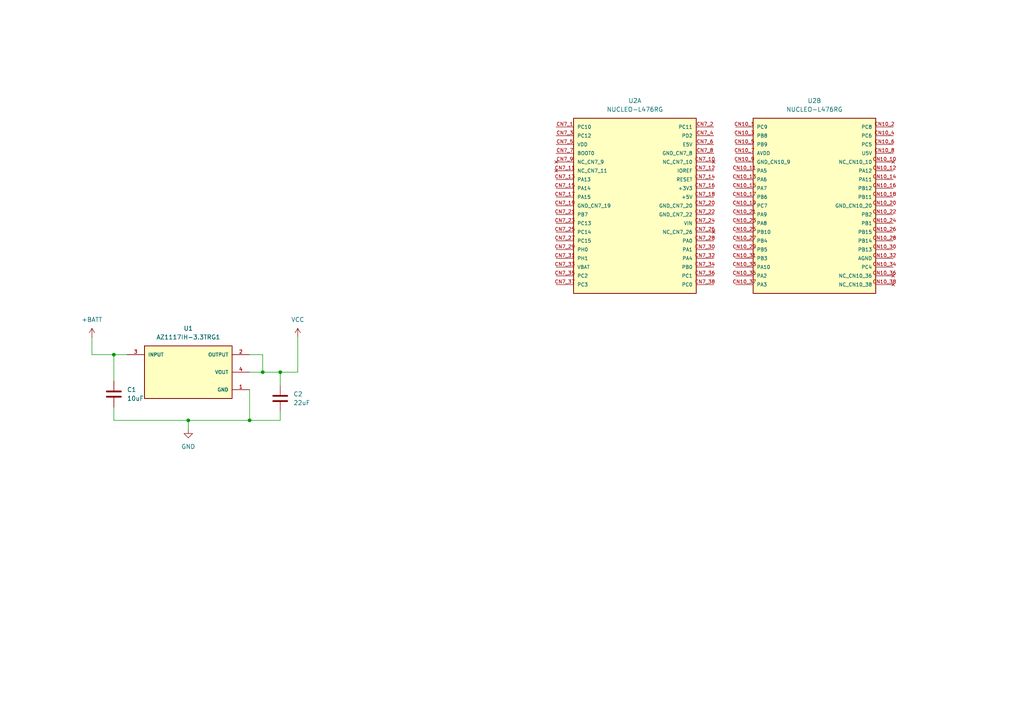
<source format=kicad_sch>
(kicad_sch (version 20250114) (generator "eeschema") (generator_version "9.0")
  (paper "A4")
  (lib_symbols
    (symbol "AZ1117IH-3.3TRG1:AZ1117IH-3.3TRG1" (pin_names (offset 1.016))
      (property "Reference" "U" (at -12.7 8.128 0))
      (property "Value" "AZ1117IH-3.3TRG1" (at -12.7 -10.16 0))
      (symbol "AZ1117IH-3.3TRG1_0_0"
        (rectangle (start -12.7 -7.62) (end 12.7 7.62) (stroke (width 0.254)) (fill (type background)))
        (pin input line (at -17.78 5.08 0) (length 5.08) (name "INPUT") (number "3"))
        (pin output line (at 17.78 5.08 180) (length 5.08) (name "OUTPUT") (number "2"))
        (pin output line (at 17.78 0 180) (length 5.08) (name "VOUT") (number "4"))
        (pin power_in line (at 17.78 -5.08 180) (length 5.08) (name "GND") (number "1"))
      )
    )
    (symbol "Device:C" (pin_numbers (hide yes)) (pin_names (offset 0.254))
      (property "Reference" "C" (at 0.635 2.54 0))
      (property "Value" "C" (at 0.635 -2.54 0))
      (symbol "C_0_1"
        (polyline (pts (xy -2.032 0.762) (xy 2.032 0.762)) (stroke (width 0.508)))
        (polyline (pts (xy -2.032 -0.762) (xy 2.032 -0.762)) (stroke (width 0.508)))
      )
      (symbol "C_1_1"
        (pin passive line (at 0 3.81 270) (length 2.794) (name "~") (number "1"))
        (pin passive line (at 0 -3.81 90) (length 2.794) (name "~") (number "2"))
      )
    )
    (symbol "NUCLEO-L476RG:NUCLEO-L476RG" (pin_names (offset 1.016))
      (property "Reference" "U" (at -17.78 26.162 0))
      (property "Value" "NUCLEO-L476RG" (at -17.78 -27.94 0))
      (symbol "NUCLEO-L476RG_1_0"
        (rectangle (start -17.78 -25.4) (end 17.78 25.4) (stroke (width 0.254)) (fill (type background)))
        (pin bidirectional line (at -22.86 22.86 0) (length 5.08) (name "PC10") (number "CN7_1"))
        (pin bidirectional line (at -22.86 20.32 0) (length 5.08) (name "PC12") (number "CN7_3"))
        (pin power_in line (at -22.86 17.78 0) (length 5.08) (name "VDD") (number "CN7_5"))
        (pin input line (at -22.86 15.24 0) (length 5.08) (name "BOOT0") (number "CN7_7"))
        (pin no_connect line (at -22.86 12.7 0) (length 5.08) (name "NC_CN7_9") (number "CN7_9"))
        (pin no_connect line (at -22.86 10.16 0) (length 5.08) (name "NC_CN7_11") (number "CN7_11"))
        (pin bidirectional line (at -22.86 7.62 0) (length 5.08) (name "PA13") (number "CN7_13"))
        (pin bidirectional line (at -22.86 5.08 0) (length 5.08) (name "PA14") (number "CN7_15"))
        (pin bidirectional line (at -22.86 2.54 0) (length 5.08) (name "PA15") (number "CN7_17"))
        (pin power_in line (at -22.86 0 0) (length 5.08) (name "GND_CN7_19") (number "CN7_19"))
        (pin bidirectional line (at -22.86 -2.54 0) (length 5.08) (name "PB7") (number "CN7_21"))
        (pin bidirectional line (at -22.86 -5.08 0) (length 5.08) (name "PC13") (number "CN7_23"))
        (pin bidirectional line (at -22.86 -7.62 0) (length 5.08) (name "PC14") (number "CN7_25"))
        (pin bidirectional line (at -22.86 -10.16 0) (length 5.08) (name "PC15") (number "CN7_27"))
        (pin bidirectional line (at -22.86 -12.7 0) (length 5.08) (name "PH0") (number "CN7_29"))
        (pin bidirectional line (at -22.86 -15.24 0) (length 5.08) (name "PH1") (number "CN7_31"))
        (pin power_in line (at -22.86 -17.78 0) (length 5.08) (name "VBAT") (number "CN7_33"))
        (pin bidirectional line (at -22.86 -20.32 0) (length 5.08) (name "PC2") (number "CN7_35"))
        (pin bidirectional line (at -22.86 -22.86 0) (length 5.08) (name "PC3") (number "CN7_37"))
        (pin bidirectional line (at 22.86 22.86 180) (length 5.08) (name "PC11") (number "CN7_2"))
        (pin bidirectional line (at 22.86 20.32 180) (length 5.08) (name "PD2") (number "CN7_4"))
        (pin power_in line (at 22.86 17.78 180) (length 5.08) (name "E5V") (number "CN7_6"))
        (pin power_in line (at 22.86 15.24 180) (length 5.08) (name "GND_CN7_8") (number "CN7_8"))
        (pin no_connect line (at 22.86 12.7 180) (length 5.08) (name "NC_CN7_10") (number "CN7_10"))
        (pin input line (at 22.86 10.16 180) (length 5.08) (name "IOREF") (number "CN7_12"))
        (pin input line (at 22.86 7.62 180) (length 5.08) (name "RESET") (number "CN7_14"))
        (pin power_in line (at 22.86 5.08 180) (length 5.08) (name "+3V3") (number "CN7_16"))
        (pin power_in line (at 22.86 2.54 180) (length 5.08) (name "+5V") (number "CN7_18"))
        (pin power_in line (at 22.86 0 180) (length 5.08) (name "GND_CN7_20") (number "CN7_20"))
        (pin power_in line (at 22.86 -2.54 180) (length 5.08) (name "GND_CN7_22") (number "CN7_22"))
        (pin power_in line (at 22.86 -5.08 180) (length 5.08) (name "VIN") (number "CN7_24"))
        (pin no_connect line (at 22.86 -7.62 180) (length 5.08) (name "NC_CN7_26") (number "CN7_26"))
        (pin bidirectional line (at 22.86 -10.16 180) (length 5.08) (name "PA0") (number "CN7_28"))
        (pin bidirectional line (at 22.86 -12.7 180) (length 5.08) (name "PA1") (number "CN7_30"))
        (pin bidirectional line (at 22.86 -15.24 180) (length 5.08) (name "PA4") (number "CN7_32"))
        (pin bidirectional line (at 22.86 -17.78 180) (length 5.08) (name "PB0") (number "CN7_34"))
        (pin bidirectional line (at 22.86 -20.32 180) (length 5.08) (name "PC1") (number "CN7_36"))
        (pin bidirectional line (at 22.86 -22.86 180) (length 5.08) (name "PC0") (number "CN7_38"))
      )
      (symbol "NUCLEO-L476RG_2_0"
        (rectangle (start -17.78 -25.4) (end 17.78 25.4) (stroke (width 0.254)) (fill (type background)))
        (pin bidirectional line (at -22.86 22.86 0) (length 5.08) (name "PC9") (number "CN10_1"))
        (pin bidirectional line (at -22.86 20.32 0) (length 5.08) (name "PB8") (number "CN10_3"))
        (pin bidirectional line (at -22.86 17.78 0) (length 5.08) (name "PB9") (number "CN10_5"))
        (pin power_in line (at -22.86 15.24 0) (length 5.08) (name "AVDD") (number "CN10_7"))
        (pin power_in line (at -22.86 12.7 0) (length 5.08) (name "GND_CN10_9") (number "CN10_9"))
        (pin bidirectional line (at -22.86 10.16 0) (length 5.08) (name "PA5") (number "CN10_11"))
        (pin bidirectional line (at -22.86 7.62 0) (length 5.08) (name "PA6") (number "CN10_13"))
        (pin bidirectional line (at -22.86 5.08 0) (length 5.08) (name "PA7") (number "CN10_15"))
        (pin bidirectional line (at -22.86 2.54 0) (length 5.08) (name "PB6") (number "CN10_17"))
        (pin bidirectional line (at -22.86 0 0) (length 5.08) (name "PC7") (number "CN10_19"))
        (pin bidirectional line (at -22.86 -2.54 0) (length 5.08) (name "PA9") (number "CN10_21"))
        (pin bidirectional line (at -22.86 -5.08 0) (length 5.08) (name "PA8") (number "CN10_23"))
        (pin bidirectional line (at -22.86 -7.62 0) (length 5.08) (name "PB10") (number "CN10_25"))
        (pin bidirectional line (at -22.86 -10.16 0) (length 5.08) (name "PB4") (number "CN10_27"))
        (pin bidirectional line (at -22.86 -12.7 0) (length 5.08) (name "PB5") (number "CN10_29"))
        (pin bidirectional line (at -22.86 -15.24 0) (length 5.08) (name "PB3") (number "CN10_31"))
        (pin bidirectional line (at -22.86 -17.78 0) (length 5.08) (name "PA10") (number "CN10_33"))
        (pin bidirectional line (at -22.86 -20.32 0) (length 5.08) (name "PA2") (number "CN10_35"))
        (pin bidirectional line (at -22.86 -22.86 0) (length 5.08) (name "PA3") (number "CN10_37"))
        (pin bidirectional line (at 22.86 22.86 180) (length 5.08) (name "PC8") (number "CN10_2"))
        (pin bidirectional line (at 22.86 20.32 180) (length 5.08) (name "PC6") (number "CN10_4"))
        (pin bidirectional line (at 22.86 17.78 180) (length 5.08) (name "PC5") (number "CN10_6"))
        (pin power_in line (at 22.86 15.24 180) (length 5.08) (name "U5V") (number "CN10_8"))
        (pin no_connect line (at 22.86 12.7 180) (length 5.08) (name "NC_CN10_10") (number "CN10_10"))
        (pin bidirectional line (at 22.86 10.16 180) (length 5.08) (name "PA12") (number "CN10_12"))
        (pin bidirectional line (at 22.86 7.62 180) (length 5.08) (name "PA11") (number "CN10_14"))
        (pin bidirectional line (at 22.86 5.08 180) (length 5.08) (name "PB12") (number "CN10_16"))
        (pin bidirectional line (at 22.86 2.54 180) (length 5.08) (name "PB11") (number "CN10_18"))
        (pin power_in line (at 22.86 0 180) (length 5.08) (name "GND_CN10_20") (number "CN10_20"))
        (pin bidirectional line (at 22.86 -2.54 180) (length 5.08) (name "PB2") (number "CN10_22"))
        (pin bidirectional line (at 22.86 -5.08 180) (length 5.08) (name "PB1") (number "CN10_24"))
        (pin bidirectional line (at 22.86 -7.62 180) (length 5.08) (name "PB15") (number "CN10_26"))
        (pin bidirectional line (at 22.86 -10.16 180) (length 5.08) (name "PB14") (number "CN10_28"))
        (pin bidirectional line (at 22.86 -12.7 180) (length 5.08) (name "PB13") (number "CN10_30"))
        (pin power_in line (at 22.86 -15.24 180) (length 5.08) (name "AGND") (number "CN10_32"))
        (pin bidirectional line (at 22.86 -17.78 180) (length 5.08) (name "PC4") (number "CN10_34"))
        (pin no_connect line (at 22.86 -20.32 180) (length 5.08) (name "NC_CN10_36") (number "CN10_36"))
        (pin no_connect line (at 22.86 -22.86 180) (length 5.08) (name "NC_CN10_38") (number "CN10_38"))
      )
    )
    (symbol "power:+BATT" (power) (pin_numbers (hide yes)) (pin_names (offset 0) (hide yes))
      (property "Value" "+BATT" (at 0 3.556 0))
      (symbol "+BATT_0_1"
        (polyline (pts (xy -0.762 1.27) (xy 0 2.54)))
        (polyline (pts (xy 0 2.54) (xy 0.762 1.27)))
        (polyline (pts (xy 0 0) (xy 0 2.54)))
      )
      (symbol "+BATT_1_1"
        (pin power_in line (at 0 0 90) (length 0) (name "~") (number "1"))
      )
    )
    (symbol "power:GND" (power) (pin_numbers (hide yes)) (pin_names (offset 0) (hide yes))
      (property "Value" "GND" (at 0 -3.81 0))
      (symbol "GND_0_1"
        (polyline (pts (xy 0 0) (xy 0 -1.27) (xy 1.27 -1.27) (xy 0 -2.54) (xy -1.27 -1.27) (xy 0 -1.27)))
      )
      (symbol "GND_1_1"
        (pin power_in line (at 0 0 270) (length 0) (name "~") (number "1"))
      )
    )
    (symbol "power:VCC" (power) (pin_numbers (hide yes)) (pin_names (offset 0) (hide yes))
      (property "Value" "VCC" (at 0 3.556 0))
      (symbol "VCC_0_1"
        (polyline (pts (xy -0.762 1.27) (xy 0 2.54)))
        (polyline (pts (xy 0 2.54) (xy 0.762 1.27)))
        (polyline (pts (xy 0 0) (xy 0 2.54)))
      )
      (symbol "VCC_1_1"
        (pin power_in line (at 0 0 90) (length 0) (name "~") (number "1"))
      )
    )
  )
  (junction (at 81.28 107.95))
  (junction (at 76.2 107.95))
  (junction (at 33.02 102.87))
  (junction (at 72.39 121.92))
  (junction (at 54.61 121.92))
  (wire (pts (xy 26.67 97.79) (xy 26.67 102.87)))
  (wire (pts (xy 33.02 102.87) (xy 33.02 110.49)))
  (wire (pts (xy 86.36 107.95) (xy 86.36 97.79)))
  (wire (pts (xy 72.39 121.92) (xy 81.28 121.92)))
  (wire (pts (xy 81.28 107.95) (xy 81.28 111.76)))
  (wire (pts (xy 72.39 102.87) (xy 76.2 102.87)))
  (wire (pts (xy 54.61 121.92) (xy 54.61 124.46)))
  (wire (pts (xy 33.02 121.92) (xy 54.61 121.92)))
  (wire (pts (xy 76.2 102.87) (xy 76.2 107.95)))
  (wire (pts (xy 81.28 119.38) (xy 81.28 121.92)))
  (wire (pts (xy 81.28 107.95) (xy 86.36 107.95)))
  (wire (pts (xy 76.2 107.95) (xy 81.28 107.95)))
  (wire (pts (xy 33.02 102.87) (xy 36.83 102.87)))
  (wire (pts (xy 72.39 107.95) (xy 76.2 107.95)))
  (wire (pts (xy 33.02 118.11) (xy 33.02 121.92)))
  (wire (pts (xy 26.67 102.87) (xy 33.02 102.87)))
  (wire (pts (xy 54.61 121.92) (xy 72.39 121.92)))
  (wire (pts (xy 72.39 113.03) (xy 72.39 121.92)))
  (symbol (lib_id "power:+BATT") (at 26.67 97.79 0) (unit 1)
    (property "Reference" "#PWR01" (effects (hide yes)))
    (property "Value" "+BATT" (at 26.67 92.71 0))
    (property "Description" "Power symbol creates a global label with name \"+BATT\"" (effects (hide yes)))
  )
  (symbol (lib_id "NUCLEO-L476RG:NUCLEO-L476RG") (at 184.15 59.69 0) (unit 1)
    (property "Reference" "U2" (at 184.15 29.21 0))
    (property "Value" "NUCLEO-L476RG" (at 184.15 31.75 0))
    (property "Footprint" "NUCLEO-L476RG:MODULE_NUCLEO-L476RG" (effects (hide yes)))
    (property "MF" "STMicroelectronics" (effects (hide yes)))
    (property "Description_1" "STM32L476RG, mbed-Enabled Development Nucleo-64 STM32L4 ARM® Cortex®-M4 MCU 32-Bit Embedded Evaluation Board" (effects (hide yes)))
    (property "Package" "None" (effects (hide yes)))
    (property "Price" "None" (effects (hide yes)))
    (property "Check_prices" "https://www.snapeda.com/parts/NUCLEO-L476RG/STMicroelectronics/view-part/?ref=eda" (effects (hide yes)))
    (property "STANDARD" "Manufacturer Recommendations" (effects (hide yes)))
    (property "PARTREV" "15" (effects (hide yes)))
    (property "SnapEDA_Link" "https://www.snapeda.com/parts/NUCLEO-L476RG/STMicroelectronics/view-part/?ref=snap" (effects (hide yes)))
    (property "MP" "NUCLEO-L476RG" (effects (hide yes)))
    (property "Availability" "In Stock" (effects (hide yes)))
    (property "MANUFACTURER" "STmicroelectronics" (effects (hide yes)))
  )
  (symbol (lib_id "Device:C") (at 81.28 115.57 0) (unit 1)
    (property "Reference" "C2" (at 85.09 114.2999 0) (effects (justify left)))
    (property "Value" "22uF" (at 85.09 116.8399 0) (effects (justify left)))
    (property "Description" "Unpolarized capacitor" (effects (hide yes)))
  )
  (symbol (lib_id "AZ1117IH-3.3TRG1:AZ1117IH-3.3TRG1") (at 54.61 107.95 0) (unit 1)
    (property "Reference" "U1" (at 54.61 95.25 0))
    (property "Value" "AZ1117IH-3.3TRG1" (at 54.61 97.79 0))
    (property "Footprint" "AZ1117IH_3_3TRG1:SOT230P700X185-4N" (effects (hide yes)))
    (property "SNAPEDA_PACKAGE_ID" "6532" (effects (hide yes)))
    (property "MAXIMUM_PACKAGE_HEIGHT" "1.85 mm" (effects (hide yes)))
    (property "STANDARD" "IPC 7351B" (effects (hide yes)))
    (property "PARTREV" "2-2" (effects (hide yes)))
    (property "MANUFACTURER" "Diodes Inc." (effects (hide yes)))
    (property "SNAPEDA_PN" "AZ1117IH-3.3TRG1" (effects (hide yes)))
  )
  (symbol (lib_id "NUCLEO-L476RG:NUCLEO-L476RG") (at 236.22 59.69 0) (unit 2)
    (property "Reference" "U2" (at 236.22 29.21 0))
    (property "Value" "NUCLEO-L476RG" (at 236.22 31.75 0))
    (property "Footprint" "NUCLEO-L476RG:MODULE_NUCLEO-L476RG" (effects (hide yes)))
    (property "MF" "STMicroelectronics" (effects (hide yes)))
    (property "Description_1" "STM32L476RG, mbed-Enabled Development Nucleo-64 STM32L4 ARM® Cortex®-M4 MCU 32-Bit Embedded Evaluation Board" (effects (hide yes)))
    (property "Package" "None" (effects (hide yes)))
    (property "Price" "None" (effects (hide yes)))
    (property "Check_prices" "https://www.snapeda.com/parts/NUCLEO-L476RG/STMicroelectronics/view-part/?ref=eda" (effects (hide yes)))
    (property "STANDARD" "Manufacturer Recommendations" (effects (hide yes)))
    (property "PARTREV" "15" (effects (hide yes)))
    (property "SnapEDA_Link" "https://www.snapeda.com/parts/NUCLEO-L476RG/STMicroelectronics/view-part/?ref=snap" (effects (hide yes)))
    (property "MP" "NUCLEO-L476RG" (effects (hide yes)))
    (property "Availability" "In Stock" (effects (hide yes)))
    (property "MANUFACTURER" "STmicroelectronics" (effects (hide yes)))
  )
  (symbol (lib_id "power:GND") (at 54.61 124.46 0) (unit 1)
    (property "Reference" "#PWR05" (effects (hide yes)))
    (property "Value" "GND" (at 54.61 129.54 0))
    (property "Description" "Power symbol creates a global label with name \"GND\" , ground" (effects (hide yes)))
  )
  (symbol (lib_id "power:VCC") (at 86.36 97.79 0) (unit 1)
    (property "Reference" "#PWR02" (effects (hide yes)))
    (property "Value" "VCC" (at 86.36 92.71 0))
    (property "Description" "Power symbol creates a global label with name \"VCC\"" (effects (hide yes)))
  )
  (symbol (lib_id "Device:C") (at 33.02 114.3 0) (unit 1)
    (property "Reference" "C1" (at 36.83 113.0299 0) (effects (justify left)))
    (property "Value" "10uF" (at 36.83 115.5699 0) (effects (justify left)))
    (property "Description" "Unpolarized capacitor" (effects (hide yes)))
  )
)
</source>
